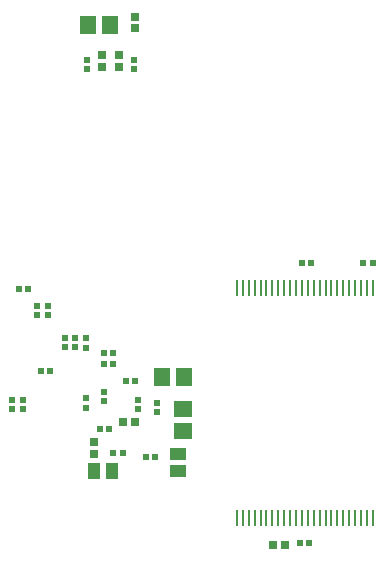
<source format=gbr>
%TF.GenerationSoftware,Altium Limited,Altium Designer,20.0.12 (288)*%
G04 Layer_Color=128*
%FSLAX43Y43*%
%MOMM*%
%TF.FileFunction,Paste,Bot*%
%TF.Part,Single*%
G01*
G75*
%TA.AperFunction,SMDPad,CuDef*%
%ADD10R,0.580X0.540*%
%ADD12R,0.650X0.650*%
%ADD16R,0.540X0.580*%
%ADD18R,0.650X0.650*%
%ADD25R,1.450X1.550*%
%ADD29R,1.550X1.450*%
%ADD50R,1.390X0.990*%
%ADD51R,0.990X1.390*%
%ADD52R,0.279X1.422*%
D10*
X100745Y59995D02*
D03*
X99965D02*
D03*
X104699Y57633D02*
D03*
X103919D02*
D03*
X101914Y58014D02*
D03*
X101134D02*
D03*
X94987Y64897D02*
D03*
X95767D02*
D03*
X100321Y65532D02*
D03*
X101101D02*
D03*
X101101Y66421D02*
D03*
X100321D02*
D03*
X102226Y64084D02*
D03*
X103006D02*
D03*
X93149Y71857D02*
D03*
X93929D02*
D03*
X117738Y50394D02*
D03*
X116958D02*
D03*
X117874Y74041D02*
D03*
X117094D02*
D03*
X122308D02*
D03*
X123088D02*
D03*
D12*
X99466Y58895D02*
D03*
Y57895D02*
D03*
X100152Y91661D02*
D03*
Y90661D02*
D03*
X101575Y90653D02*
D03*
Y91653D02*
D03*
X102972Y94929D02*
D03*
Y93929D02*
D03*
D16*
X103200Y61713D02*
D03*
Y62493D02*
D03*
X92583Y62468D02*
D03*
Y61688D02*
D03*
X93497Y62477D02*
D03*
Y61697D02*
D03*
X98806Y61831D02*
D03*
Y62611D02*
D03*
X100381Y62373D02*
D03*
Y63153D02*
D03*
X98831Y66911D02*
D03*
Y67691D02*
D03*
X97028Y66929D02*
D03*
Y67709D02*
D03*
X104800Y61425D02*
D03*
Y62205D02*
D03*
X97917Y67700D02*
D03*
Y66920D02*
D03*
X94666Y70469D02*
D03*
Y69689D02*
D03*
X95580Y69689D02*
D03*
Y70469D02*
D03*
X98882Y90517D02*
D03*
Y91297D02*
D03*
X102870Y91271D02*
D03*
Y90491D02*
D03*
D18*
X102938Y60579D02*
D03*
X101938D02*
D03*
X114681Y50216D02*
D03*
X115681D02*
D03*
D25*
X107086Y64389D02*
D03*
X105236D02*
D03*
X100874Y94183D02*
D03*
X99024D02*
D03*
D29*
X107061Y61692D02*
D03*
Y59842D02*
D03*
D50*
X106604Y56420D02*
D03*
Y57930D02*
D03*
D51*
X99473Y56439D02*
D03*
X100983D02*
D03*
D52*
X123098Y52489D02*
D03*
X122598D02*
D03*
X122098D02*
D03*
X121598D02*
D03*
X121098D02*
D03*
X120598D02*
D03*
X120098D02*
D03*
X119598D02*
D03*
X119098D02*
D03*
X118598D02*
D03*
X118098D02*
D03*
X117598D02*
D03*
X117098D02*
D03*
X116598D02*
D03*
X116098D02*
D03*
X115598D02*
D03*
X115098D02*
D03*
X114598D02*
D03*
X114098D02*
D03*
X113598D02*
D03*
X113098D02*
D03*
X112598D02*
D03*
X112098D02*
D03*
X111598D02*
D03*
X111598Y71971D02*
D03*
X112098D02*
D03*
X112598D02*
D03*
X113098D02*
D03*
X113598D02*
D03*
X114098D02*
D03*
X114598D02*
D03*
X115098D02*
D03*
X115598D02*
D03*
X116098D02*
D03*
X116598D02*
D03*
X117098D02*
D03*
X117598D02*
D03*
X118098D02*
D03*
X118598D02*
D03*
X119098D02*
D03*
X119598D02*
D03*
X120098D02*
D03*
X120598D02*
D03*
X121098D02*
D03*
X121598D02*
D03*
X122098D02*
D03*
X122598D02*
D03*
X123098D02*
D03*
%TF.MD5,8bba29e83f0c158ea91eac95c715acb6*%
M02*

</source>
